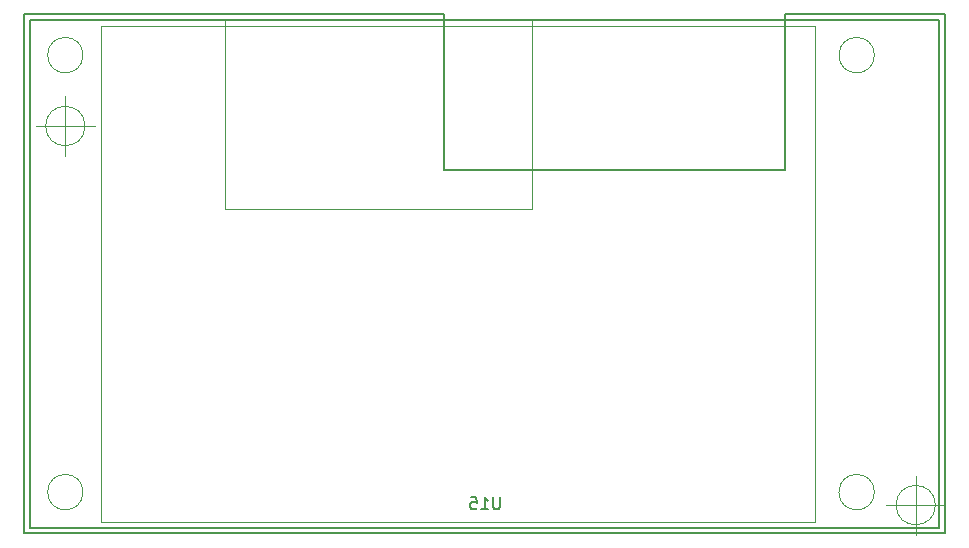
<source format=gbr>
%TF.GenerationSoftware,KiCad,Pcbnew,(5.1.6-0-10_14)*%
%TF.CreationDate,2021-09-25T22:28:50+10:00*%
%TF.ProjectId,esp32lcd,65737033-326c-4636-942e-6b696361645f,rev?*%
%TF.SameCoordinates,PX47868c0PY93d1cc0*%
%TF.FileFunction,Legend,Bot*%
%TF.FilePolarity,Positive*%
%FSLAX46Y46*%
G04 Gerber Fmt 4.6, Leading zero omitted, Abs format (unit mm)*
G04 Created by KiCad (PCBNEW (5.1.6-0-10_14)) date 2021-09-25 22:28:50*
%MOMM*%
%LPD*%
G01*
G04 APERTURE LIST*
%TA.AperFunction,Profile*%
%ADD10C,0.150000*%
%TD*%
%TA.AperFunction,Profile*%
%ADD11C,0.050000*%
%TD*%
%ADD12C,0.120000*%
%ADD13C,0.150000*%
G04 APERTURE END LIST*
D10*
X78000000Y44000000D02*
X64400000Y44000000D01*
X64400000Y30800000D02*
X64400000Y44000000D01*
X35600000Y30800000D02*
X64400000Y30800000D01*
X35600000Y44000000D02*
X35600000Y30800000D01*
D11*
X77166666Y2400000D02*
G75*
G03*
X77166666Y2400000I-1666666J0D01*
G01*
X73000000Y2400000D02*
X78000000Y2400000D01*
X75500000Y4900000D02*
X75500000Y-100000D01*
X5166666Y34500000D02*
G75*
G03*
X5166666Y34500000I-1666666J0D01*
G01*
X1000000Y34500000D02*
X6000000Y34500000D01*
X3500000Y37000000D02*
X3500000Y32000000D01*
D10*
X35600000Y44000000D02*
X0Y44000000D01*
X0Y0D02*
X0Y44000000D01*
X78000000Y0D02*
X0Y0D01*
X78000000Y44000000D02*
X78000000Y0D01*
D12*
%TO.C,U15*%
X17000000Y27500000D02*
X17000000Y43500000D01*
X43000000Y27500000D02*
X17000000Y27500000D01*
X43000000Y43500000D02*
X43000000Y27500000D01*
D13*
X77500000Y500000D02*
X77500000Y43500000D01*
X77500000Y43500000D02*
X500000Y43500000D01*
X500000Y500000D02*
X500000Y43500000D01*
X77500000Y500000D02*
X500000Y500000D01*
D12*
X72000000Y40500000D02*
G75*
G03*
X72000000Y40500000I-1500000J0D01*
G01*
X72000000Y3500000D02*
G75*
G03*
X72000000Y3500000I-1500000J0D01*
G01*
X5000000Y3500000D02*
G75*
G03*
X5000000Y3500000I-1500000J0D01*
G01*
X5000000Y40500000D02*
G75*
G03*
X5000000Y40500000I-1500000J0D01*
G01*
X67000000Y43000000D02*
X67000000Y1000000D01*
X67000000Y1000000D02*
X6500000Y1000000D01*
X6500000Y1000000D02*
X6500000Y43000000D01*
X6500000Y43000000D02*
X67000000Y43000000D01*
%TD*%
%TO.C,U15*%
D13*
X40282495Y3057220D02*
X40282495Y2247696D01*
X40234876Y2152458D01*
X40187257Y2104839D01*
X40092019Y2057220D01*
X39901542Y2057220D01*
X39806304Y2104839D01*
X39758685Y2152458D01*
X39711066Y2247696D01*
X39711066Y3057220D01*
X38711066Y2057220D02*
X39282495Y2057220D01*
X38996780Y2057220D02*
X38996780Y3057220D01*
X39092019Y2914362D01*
X39187257Y2819124D01*
X39282495Y2771505D01*
X37806304Y3057220D02*
X38282495Y3057220D01*
X38330114Y2581029D01*
X38282495Y2628648D01*
X38187257Y2676267D01*
X37949161Y2676267D01*
X37853923Y2628648D01*
X37806304Y2581029D01*
X37758685Y2485791D01*
X37758685Y2247696D01*
X37806304Y2152458D01*
X37853923Y2104839D01*
X37949161Y2057220D01*
X38187257Y2057220D01*
X38282495Y2104839D01*
X38330114Y2152458D01*
%TD*%
M02*

</source>
